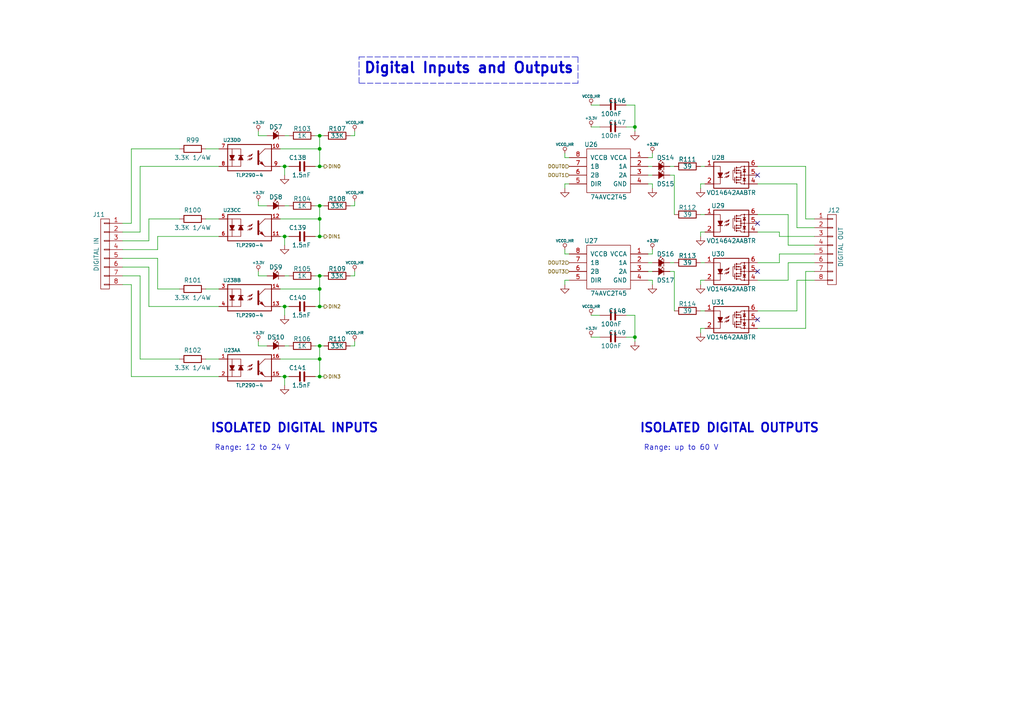
<source format=kicad_sch>
(kicad_sch (version 20250114) (generator "eeschema") (generator_version "9.0")
  (paper "A4")
  (title_block (title "CIAA-ACC Digital Inputs and Outputs") (date "2019-08-28") (rev "V1.4") (company "COMPUTADORA INDUSTRIAL ABIERTA ARGENTINA. CIAA-ACC (HPC)") (comment 1 "Authors: See 'doc/CHANGES.txt' file.      License: See 'doc/LICENCIA_CIAA_ACC.txt' file."))
  (lib_symbols
    (symbol "CIAA_ACC:+3.3V" (power) (pin_names (offset 1.016))
      (property "Value" "+3.3V" (at 0 2.286 0))
      (symbol "+3.3V_0_0"
        (pin power_in line (at 0 0 90) (length 0) (hide yes) (name "+3.3V") (number "1"))
      )
      (symbol "+3.3V_0_1"
        (circle (center 0 1.27) (radius 0.508))
        (polyline (pts (xy 0 0) (xy 0 0.762) (xy 0 0.762) (xy 0 0.762)))
      )
    )
    (symbol "CIAA_ACC:74AVC2T45" (pin_names (offset 1.016))
      (property "Reference" "U" (at -5.08 5.08 0))
      (property "Value" "74AVC2T45" (at 0 -10.16 0))
      (symbol "74AVC2T45_0_1"
        (rectangle (start -6.35 3.81) (end 6.35 -8.89))
      )
      (symbol "74AVC2T45_1_1"
        (pin power_in line (at -11.43 1.27 0) (length 5.08) (name "VCCA") (number "1"))
        (pin bidirectional line (at -11.43 -1.27 0) (length 5.08) (name "1A") (number "2"))
        (pin bidirectional line (at -11.43 -3.81 0) (length 5.08) (name "2A") (number "3"))
        (pin power_in line (at -11.43 -6.35 0) (length 5.08) (name "GND") (number "4"))
        (pin power_in line (at 11.43 1.27 180) (length 5.08) (name "VCCB") (number "8"))
        (pin bidirectional line (at 11.43 -1.27 180) (length 5.08) (name "1B") (number "7"))
        (pin bidirectional line (at 11.43 -3.81 180) (length 5.08) (name "2B") (number "6"))
        (pin input line (at 11.43 -6.35 180) (length 5.08) (name "DIR") (number "5"))
      )
    )
    (symbol "CIAA_ACC:C" (pin_numbers (hide yes)) (pin_names (offset 0.254))
      (property "Reference" "C" (at 0.635 2.54 0))
      (property "Value" "C" (at 0.635 -2.54 0))
      (symbol "C_0_1"
        (polyline (pts (xy -1.27 0.635) (xy 1.27 0.635)) (stroke (width 0.508)))
        (polyline (pts (xy -1.27 -0.635) (xy 1.27 -0.635)) (stroke (width 0.508)))
        (polyline (pts (xy 0 1.016) (xy 0 0.635)))
        (polyline (pts (xy 0 -1.016) (xy 0 -0.635)))
      )
      (symbol "C_1_1"
        (pin passive line (at 0 3.81 270) (length 2.794) (name "~") (number "1"))
        (pin passive line (at 0 -3.81 90) (length 2.794) (name "~") (number "2"))
      )
    )
    (symbol "CIAA_ACC:CONN_01X08" (pin_names (offset 1.016) (hide yes))
      (property "Reference" "J" (at 0 11.43 0))
      (property "Value" "CONN_01X08" (at 2.54 0 90))
      (symbol "CONN_01X08_0_1"
        (rectangle (start -1.27 9.017) (end 0.254 8.763))
        (rectangle (start -1.27 6.477) (end 0.254 6.223))
        (rectangle (start -1.27 3.937) (end 0.254 3.683))
        (rectangle (start -1.27 1.397) (end 0.254 1.143))
        (rectangle (start -1.27 -1.143) (end 0.254 -1.397))
        (rectangle (start -1.27 -3.683) (end 0.254 -3.937))
        (rectangle (start -1.27 -6.223) (end 0.254 -6.477))
        (rectangle (start -1.27 -8.763) (end 0.254 -9.017))
        (rectangle (start -1.27 -10.16) (end 1.27 10.16))
      )
      (symbol "CONN_01X08_1_1"
        (pin passive line (at -5.08 8.89 0) (length 3.81) (name "P1") (number "1"))
        (pin passive line (at -5.08 6.35 0) (length 3.81) (name "P2") (number "2"))
        (pin passive line (at -5.08 3.81 0) (length 3.81) (name "P3") (number "3"))
        (pin passive line (at -5.08 1.27 0) (length 3.81) (name "P4") (number "4"))
        (pin passive line (at -5.08 -1.27 0) (length 3.81) (name "P5") (number "5"))
        (pin passive line (at -5.08 -3.81 0) (length 3.81) (name "P6") (number "6"))
        (pin passive line (at -5.08 -6.35 0) (length 3.81) (name "P7") (number "7"))
        (pin passive line (at -5.08 -8.89 0) (length 3.81) (name "P8") (number "8"))
      )
    )
    (symbol "CIAA_ACC:GND" (power) (pin_names (offset 0))
      (property "Value" "GND" (at 0 -3.81 0))
      (symbol "GND_0_1"
        (polyline (pts (xy 0 0) (xy 0 -1.27) (xy 1.27 -1.27) (xy 0 -2.54) (xy -1.27 -1.27) (xy 0 -1.27)))
      )
      (symbol "GND_1_1"
        (pin power_in line (at 0 0 270) (length 0) (hide yes) (name "GND") (number "1"))
      )
    )
    (symbol "CIAA_ACC:LED" (pin_numbers (hide yes)) (pin_names (offset 0.254) (hide yes))
      (property "Reference" "DS" (at -1.27 3.175 0))
      (property "Value" "LED" (at -1.27 -2.54 0))
      (symbol "LED_0_1"
        (polyline (pts (xy -0.762 -1.016) (xy -0.762 1.016)))
        (polyline (pts (xy 0 0.762) (xy -0.508 1.27) (xy -0.254 1.27) (xy -0.508 1.27) (xy -0.508 1.016)))
        (polyline (pts (xy 0.508 1.27) (xy 0 1.778) (xy 0.254 1.778) (xy 0 1.778) (xy 0 1.524)))
        (polyline (pts (xy 0.762 -1.016) (xy -0.762 0) (xy 0.762 1.016) (xy 0.762 -1.016)) (fill (type outline)))
      )
      (symbol "LED_1_1"
        (pin passive line (at -2.54 0 0) (length 1.778) (name "K") (number "2"))
        (pin passive line (at 2.54 0 180) (length 1.778) (name "A") (number "1"))
      )
    )
    (symbol "CIAA_ACC:R" (pin_numbers (hide yes)) (pin_names (offset 0))
      (property "Reference" "R" (at 2.032 0 90))
      (property "Value" "R" (at 0 0 90))
      (symbol "R_0_1"
        (rectangle (start -1.016 -2.54) (end 1.016 2.54) (stroke (width 0.254)))
      )
      (symbol "R_1_1"
        (pin passive line (at 0 3.81 270) (length 1.27) (name "~") (number "1"))
        (pin passive line (at 0 -3.81 90) (length 1.27) (name "~") (number "2"))
      )
    )
    (symbol "CIAA_ACC:SSR" (pin_names (offset 1.016))
      (property "Reference" "U" (at -5.08 5.08 0))
      (property "Value" "SSR" (at -1.27 -5.08 0))
      (symbol "SSR_0_1"
        (rectangle (start -5.08 3.81) (end 5.08 -3.81) (stroke (width 0.254)))
        (polyline (pts (xy -5.08 2.54) (xy -3.175 2.54) (xy -3.175 0.635)))
        (polyline (pts (xy -3.81 -0.635) (xy -2.54 -0.635)) (stroke (width 0.254)))
        (polyline (pts (xy -3.175 -0.635) (xy -3.175 -2.54) (xy -5.08 -2.54)))
        (polyline (pts (xy -3.175 -0.635) (xy -3.81 0.635) (xy -2.54 0.635) (xy -3.175 -0.635)) (stroke (width 0.254)) (fill (type outline)))
        (polyline (pts (xy -1.905 0.254) (xy -1.3716 0.762) (xy -1.3716 0.254) (xy -0.6096 1.016)))
        (polyline (pts (xy -1.905 -0.762) (xy -1.3716 -0.254) (xy -1.3716 -0.762) (xy -0.6096 0) (xy -1.1176 -0.254) (xy -0.8636 -0.508) (xy -0.6096 0)))
        (polyline (pts (xy -0.6096 1.016) (xy -1.1176 0.762) (xy -0.8636 0.508) (xy -0.6096 1.016)))
        (polyline (pts (xy 1.016 2.159) (xy 1.016 0.635)) (stroke (width 0.2032)))
        (polyline (pts (xy 1.016 -0.635) (xy 1.016 -2.159)) (stroke (width 0.2032)))
        (polyline (pts (xy 1.016 -1.397) (xy 0.508 -1.397) (xy 0.508 1.397) (xy 1.016 1.397)))
        (polyline (pts (xy 1.524 2.286) (xy 1.524 2.032) (xy 1.524 2.032)) (stroke (width 0.3556)))
        (polyline (pts (xy 1.524 1.524) (xy 1.524 1.27) (xy 1.524 1.27)) (stroke (width 0.3556)))
        (polyline (pts (xy 1.524 0.762) (xy 1.524 0.508) (xy 1.524 0.508)) (stroke (width 0.3556)))
        (polyline (pts (xy 1.524 -0.508) (xy 1.524 -0.762)) (stroke (width 0.3556)))
        (polyline (pts (xy 1.524 -1.27) (xy 1.524 -1.524) (xy 1.524 -1.524)) (stroke (width 0.3556)))
        (polyline (pts (xy 1.524 -2.032) (xy 1.524 -2.286) (xy 1.524 -2.286)) (stroke (width 0.3556)))
        (polyline (pts (xy 1.651 2.159) (xy 2.794 2.159) (xy 2.794 2.54) (xy 5.08 2.54)))
        (polyline (pts (xy 1.651 1.397) (xy 2.794 1.397) (xy 2.794 0.635)))
        (polyline (pts (xy 1.651 -0.635) (xy 2.794 -0.635) (xy 2.794 0.635) (xy 1.651 0.635)))
        (polyline (pts (xy 1.651 -1.397) (xy 2.794 -1.397) (xy 2.794 -0.635)))
        (polyline (pts (xy 1.651 -2.159) (xy 2.794 -2.159) (xy 2.794 -2.54) (xy 5.08 -2.54)))
        (polyline (pts (xy 1.778 1.397) (xy 2.286 1.524) (xy 2.286 1.27) (xy 1.778 1.397)))
        (polyline (pts (xy 1.778 -1.397) (xy 2.286 -1.27) (xy 2.286 -1.524) (xy 1.778 -1.397)))
        (circle (center 2.794 0.635) (radius 0.127))
        (polyline (pts (xy 2.794 0) (xy 3.81 0)))
        (circle (center 2.794 0) (radius 0.127))
        (circle (center 2.794 -0.635) (radius 0.127))
        (polyline (pts (xy 3.429 1.651) (xy 4.191 1.651)) (stroke (width 0.2032)))
        (polyline (pts (xy 3.429 -1.651) (xy 4.191 -1.651)) (stroke (width 0.2032)))
        (circle (center 3.81 2.54) (radius 0.127))
        (polyline (pts (xy 3.81 1.651) (xy 3.429 0.889) (xy 4.191 0.889) (xy 3.81 1.651)) (fill (type outline)))
        (polyline (pts (xy 3.81 0) (xy 3.81 2.54)))
        (polyline (pts (xy 3.81 0) (xy 3.81 -2.54)))
        (circle (center 3.81 0) (radius 0.127))
        (polyline (pts (xy 3.81 -1.651) (xy 3.429 -0.889) (xy 4.191 -0.889) (xy 3.81 -1.651)) (fill (type outline)))
        (circle (center 3.81 -2.54) (radius 0.127))
        (polyline (pts (xy 5.08 0) (xy 3.81 0)) (stroke (width 0.127)))
      )
      (symbol "SSR_1_1"
        (pin passive line (at -7.62 2.54 0) (length 2.54) (name "~") (number "1"))
        (pin passive line (at -7.62 -2.54 0) (length 2.54) (name "~") (number "2"))
        (pin passive line (at 7.62 2.54 180) (length 2.54) (name "~") (number "6"))
        (pin passive line (at 7.62 0 180) (length 2.54) (name "~") (number "5"))
        (pin passive line (at 7.62 -2.54 180) (length 2.54) (name "~") (number "4"))
      )
    )
    (symbol "CIAA_ACC:TLP290-4" (pin_names (offset 1.016))
      (property "Reference" "U" (at -4.7752 4.5212 0))
      (property "Value" "TLP290-4" (at 2.5146 -4.6736 0))
      (symbol "TLP290-4_0_1"
        (rectangle (start -6.35 3.81) (end 6.35 -3.81) (stroke (width 0.254)))
        (polyline (pts (xy -6.35 2.54) (xy -2.54 2.54) (xy -2.54 -2.54) (xy -6.35 -2.54)))
        (polyline (pts (xy -5.715 -0.635) (xy -4.445 -0.635)) (stroke (width 0.254)))
        (polyline (pts (xy -5.08 -0.635) (xy -5.715 0.635) (xy -4.445 0.635) (xy -5.08 -0.635)) (stroke (width 0.254)) (fill (type outline)))
        (polyline (pts (xy -5.08 -2.54) (xy -5.08 2.54)))
        (polyline (pts (xy -2.54 0.635) (xy -1.905 -0.635) (xy -3.175 -0.635) (xy -2.54 0.635)) (stroke (width 0.254)) (fill (type outline)))
        (polyline (pts (xy -1.905 0.635) (xy -3.175 0.635)) (stroke (width 0.254)))
        (polyline (pts (xy -0.508 0.254) (xy 0.0254 0.762) (xy 0.0254 0.254) (xy 0.7874 1.016)))
        (polyline (pts (xy -0.508 -0.762) (xy 0.0254 -0.254) (xy 0.0254 -0.762) (xy 0.7874 0) (xy 0.2794 -0.254) (xy 0.5334 -0.508) (xy 0.7874 0)))
        (polyline (pts (xy 0.7874 1.016) (xy 0.2794 0.762) (xy 0.5334 0.508) (xy 0.7874 1.016)))
        (polyline (pts (xy 2.54 1.905) (xy 2.54 -1.905) (xy 2.54 -1.905)) (stroke (width 0.508)))
        (polyline (pts (xy 2.54 0.635) (xy 4.445 2.54)))
        (polyline (pts (xy 3.048 -1.651) (xy 3.556 -1.143) (xy 4.064 -2.159) (xy 3.048 -1.651) (xy 3.048 -1.651)) (fill (type outline)))
        (polyline (pts (xy 4.445 2.54) (xy 6.35 2.54)))
        (polyline (pts (xy 4.445 -2.54) (xy 2.54 -0.635)) (fill (type outline)))
        (polyline (pts (xy 4.445 -2.54) (xy 6.35 -2.54)))
      )
      (symbol "TLP290-4_1_1"
        (pin passive line (at -8.89 2.54 0) (length 2.54) (name "~") (number "1"))
        (pin passive line (at -8.89 -2.54 0) (length 2.54) (name "~") (number "2"))
        (pin passive line (at 8.89 2.54 180) (length 2.54) (name "~") (number "16"))
        (pin passive line (at 8.89 -2.54 180) (length 2.54) (name "~") (number "15"))
      )
      (symbol "TLP290-4_2_1"
        (pin passive line (at -8.89 2.54 0) (length 2.54) (name "~") (number "3"))
        (pin passive line (at -8.89 -2.54 0) (length 2.54) (name "~") (number "4"))
        (pin passive line (at 8.89 2.54 180) (length 2.54) (name "~") (number "14"))
        (pin passive line (at 8.89 -2.54 180) (length 2.54) (name "~") (number "13"))
      )
      (symbol "TLP290-4_3_1"
        (pin passive line (at -8.89 2.54 0) (length 2.54) (name "~") (number "5"))
        (pin passive line (at -8.89 -2.54 0) (length 2.54) (name "~") (number "6"))
        (pin passive line (at 8.89 2.54 180) (length 2.54) (name "~") (number "12"))
        (pin passive line (at 8.89 -2.54 180) (length 2.54) (name "~") (number "11"))
      )
      (symbol "TLP290-4_4_1"
        (pin passive line (at -8.89 2.54 0) (length 2.54) (name "~") (number "7"))
        (pin passive line (at -8.89 -2.54 0) (length 2.54) (name "~") (number "8"))
        (pin passive line (at 8.89 2.54 180) (length 2.54) (name "~") (number "10"))
        (pin passive line (at 8.89 -2.54 180) (length 2.54) (name "~") (number "9"))
      )
    )
    (symbol "CIAA_ACC:VCCO_HR" (power) (pin_names (offset 1.016))
      (property "Value" "VCCO_HR" (at 0 2.286 0))
      (symbol "VCCO_HR_0_0"
        (pin power_in line (at 0 0 90) (length 0) (hide yes) (name "VCCO_HR") (number "1"))
      )
      (symbol "VCCO_HR_0_1"
        (circle (center 0 1.27) (radius 0.508))
        (polyline (pts (xy 0 0) (xy 0 0.762) (xy 0 0.762) (xy 0 0.762)))
      )
    )
  )
  (text "Digital Inputs and Outputs" (at 105.41 21.59 0) (effects (font (size 2.9972 2.9972) (thickness 0.5994) (bold yes)) (justify left bottom)))
  (text "ISOLATED DIGITAL INPUTS" (at 60.96 125.73 0) (effects (font (size 2.54 2.54) (thickness 0.508) (bold yes)) (justify left bottom)))
  (text "Range: 12 to 24 V" (at 62.23 130.81 0) (effects (font (size 1.524 1.524)) (justify left bottom)))
  (text "ISOLATED DIGITAL OUTPUTS" (at 185.42 125.73 0) (effects (font (size 2.54 2.54) (thickness 0.508) (bold yes)) (justify left bottom)))
  (text "Range: up to 60 V" (at 186.69 130.81 0) (effects (font (size 1.524 1.524)) (justify left bottom)))
  (junction (at 82.55 109.22))
  (junction (at 92.71 39.37))
  (junction (at 92.71 104.14))
  (junction (at 92.71 63.5))
  (junction (at 92.71 59.69))
  (junction (at 92.71 88.9))
  (junction (at 184.15 36.83))
  (junction (at 82.55 68.58))
  (junction (at 82.55 48.26))
  (junction (at 82.55 88.9))
  (junction (at 92.71 80.01))
  (junction (at 184.15 97.79))
  (junction (at 92.71 48.26))
  (junction (at 92.71 100.33))
  (junction (at 92.71 68.58))
  (junction (at 92.71 83.82))
  (junction (at 92.71 109.22))
  (junction (at 92.71 43.18))
  (no_connect (at 219.71 50.8))
  (no_connect (at 219.71 92.71))
  (no_connect (at 219.71 78.74))
  (no_connect (at 219.71 64.77))
  (wire (pts (xy 165.1 81.28) (xy 163.83 81.28)))
  (wire (pts (xy 219.71 67.31) (xy 226.06 67.31)))
  (wire (pts (xy 77.47 80.01) (xy 74.93 80.01)))
  (wire (pts (xy 77.47 100.33) (xy 74.93 100.33)))
  (wire (pts (xy 82.55 111.76) (xy 82.55 109.22)))
  (wire (pts (xy 189.23 48.26) (xy 187.96 48.26)))
  (wire (pts (xy 83.82 100.33) (xy 82.55 100.33)))
  (wire (pts (xy 92.71 43.18) (xy 92.71 48.26)))
  (wire (pts (xy 194.31 50.8) (xy 195.58 50.8)))
  (wire (pts (xy 59.69 43.18) (xy 63.5 43.18)))
  (wire (pts (xy 226.06 68.58) (xy 236.22 68.58)))
  (wire (pts (xy 203.2 95.25) (xy 203.2 96.52)))
  (wire (pts (xy 43.18 88.9) (xy 63.5 88.9)))
  (wire (pts (xy 45.72 83.82) (xy 52.07 83.82)))
  (wire (pts (xy 204.47 81.28) (xy 203.2 81.28)))
  (wire (pts (xy 194.31 76.2) (xy 195.58 76.2)))
  (wire (pts (xy 204.47 90.17) (xy 203.2 90.17)))
  (wire (pts (xy 92.71 83.82) (xy 92.71 88.9)))
  (wire (pts (xy 81.28 109.22) (xy 82.55 109.22)))
  (wire (pts (xy 81.28 43.18) (xy 92.71 43.18)))
  (wire (pts (xy 92.71 109.22) (xy 93.98 109.22)))
  (wire (pts (xy 219.71 53.34) (xy 231.14 53.34)))
  (wire (pts (xy 163.83 81.28) (xy 163.83 82.55)))
  (wire (pts (xy 38.1 109.22) (xy 63.5 109.22)))
  (wire (pts (xy 40.64 104.14) (xy 40.64 80.01)))
  (wire (pts (xy 101.6 80.01) (xy 102.87 80.01)))
  (wire (pts (xy 92.71 104.14) (xy 92.71 109.22)))
  (polyline (pts (xy 167.64 24.13) (xy 104.14 24.13)) (stroke (width 0) (type dash)))
  (wire (pts (xy 236.22 81.28) (xy 231.14 81.28)))
  (wire (pts (xy 45.72 68.58) (xy 45.72 72.39)))
  (wire (pts (xy 231.14 66.04) (xy 236.22 66.04)))
  (wire (pts (xy 81.28 68.58) (xy 82.55 68.58)))
  (wire (pts (xy 233.68 78.74) (xy 236.22 78.74)))
  (wire (pts (xy 52.07 104.14) (xy 40.64 104.14)))
  (wire (pts (xy 92.71 100.33) (xy 93.98 100.33)))
  (wire (pts (xy 165.1 45.72) (xy 163.83 45.72)))
  (polyline (pts (xy 104.14 24.13) (xy 104.14 16.51)) (stroke (width 0) (type dash)))
  (wire (pts (xy 74.93 100.33) (xy 74.93 99.06)))
  (wire (pts (xy 189.23 72.39) (xy 189.23 73.66)))
  (wire (pts (xy 43.18 69.85) (xy 35.56 69.85)))
  (wire (pts (xy 92.71 39.37) (xy 93.98 39.37)))
  (wire (pts (xy 38.1 82.55) (xy 38.1 109.22)))
  (wire (pts (xy 63.5 104.14) (xy 59.69 104.14)))
  (wire (pts (xy 74.93 39.37) (xy 74.93 38.1)))
  (wire (pts (xy 43.18 77.47) (xy 43.18 88.9)))
  (wire (pts (xy 92.71 68.58) (xy 93.98 68.58)))
  (wire (pts (xy 195.58 78.74) (xy 195.58 90.17)))
  (wire (pts (xy 189.23 45.72) (xy 187.96 45.72)))
  (wire (pts (xy 204.47 95.25) (xy 203.2 95.25)))
  (wire (pts (xy 189.23 44.45) (xy 189.23 45.72)))
  (wire (pts (xy 35.56 74.93) (xy 45.72 74.93)))
  (wire (pts (xy 219.71 48.26) (xy 233.68 48.26)))
  (wire (pts (xy 181.61 91.44) (xy 184.15 91.44)))
  (wire (pts (xy 35.56 82.55) (xy 38.1 82.55)))
  (wire (pts (xy 91.44 39.37) (xy 92.71 39.37)))
  (polyline (pts (xy 104.14 16.51) (xy 167.64 16.51)) (stroke (width 0) (type dash)))
  (wire (pts (xy 59.69 63.5) (xy 63.5 63.5)))
  (wire (pts (xy 40.64 80.01) (xy 35.56 80.01)))
  (wire (pts (xy 203.2 81.28) (xy 203.2 82.55)))
  (wire (pts (xy 92.71 100.33) (xy 92.71 104.14)))
  (wire (pts (xy 189.23 53.34) (xy 187.96 53.34)))
  (wire (pts (xy 63.5 68.58) (xy 45.72 68.58)))
  (wire (pts (xy 77.47 39.37) (xy 74.93 39.37)))
  (wire (pts (xy 82.55 68.58) (xy 83.82 68.58)))
  (wire (pts (xy 189.23 81.28) (xy 187.96 81.28)))
  (wire (pts (xy 181.61 36.83) (xy 184.15 36.83)))
  (wire (pts (xy 101.6 59.69) (xy 102.87 59.69)))
  (wire (pts (xy 101.6 100.33) (xy 102.87 100.33)))
  (wire (pts (xy 204.47 48.26) (xy 203.2 48.26)))
  (wire (pts (xy 81.28 104.14) (xy 92.71 104.14)))
  (wire (pts (xy 92.71 63.5) (xy 92.71 68.58)))
  (wire (pts (xy 92.71 88.9) (xy 93.98 88.9)))
  (wire (pts (xy 173.99 91.44) (xy 171.45 91.44)))
  (wire (pts (xy 91.44 59.69) (xy 92.71 59.69)))
  (wire (pts (xy 102.87 59.69) (xy 102.87 58.42)))
  (wire (pts (xy 228.6 81.28) (xy 228.6 76.2)))
  (wire (pts (xy 181.61 97.79) (xy 184.15 97.79)))
  (wire (pts (xy 82.55 71.12) (xy 82.55 68.58)))
  (wire (pts (xy 43.18 63.5) (xy 52.07 63.5)))
  (wire (pts (xy 82.55 48.26) (xy 83.82 48.26)))
  (wire (pts (xy 228.6 71.12) (xy 236.22 71.12)))
  (wire (pts (xy 184.15 30.48) (xy 184.15 36.83)))
  (wire (pts (xy 184.15 91.44) (xy 184.15 97.79)))
  (wire (pts (xy 92.71 59.69) (xy 92.71 63.5)))
  (wire (pts (xy 203.2 53.34) (xy 203.2 54.61)))
  (wire (pts (xy 83.82 80.01) (xy 82.55 80.01)))
  (wire (pts (xy 102.87 100.33) (xy 102.87 99.06)))
  (wire (pts (xy 204.47 53.34) (xy 203.2 53.34)))
  (wire (pts (xy 35.56 77.47) (xy 43.18 77.47)))
  (wire (pts (xy 187.96 78.74) (xy 189.23 78.74)))
  (wire (pts (xy 91.44 109.22) (xy 92.71 109.22)))
  (wire (pts (xy 43.18 63.5) (xy 43.18 69.85)))
  (wire (pts (xy 45.72 74.93) (xy 45.72 83.82)))
  (wire (pts (xy 204.47 67.31) (xy 203.2 67.31)))
  (wire (pts (xy 45.72 72.39) (xy 35.56 72.39)))
  (wire (pts (xy 233.68 95.25) (xy 219.71 95.25)))
  (wire (pts (xy 92.71 80.01) (xy 93.98 80.01)))
  (wire (pts (xy 189.23 73.66) (xy 187.96 73.66)))
  (wire (pts (xy 189.23 82.55) (xy 189.23 81.28)))
  (wire (pts (xy 81.28 63.5) (xy 92.71 63.5)))
  (wire (pts (xy 231.14 53.34) (xy 231.14 66.04)))
  (wire (pts (xy 163.83 45.72) (xy 163.83 44.45)))
  (wire (pts (xy 226.06 76.2) (xy 226.06 73.66)))
  (wire (pts (xy 63.5 48.26) (xy 40.64 48.26)))
  (wire (pts (xy 101.6 39.37) (xy 102.87 39.37)))
  (wire (pts (xy 173.99 30.48) (xy 171.45 30.48)))
  (wire (pts (xy 82.55 50.8) (xy 82.55 48.26)))
  (wire (pts (xy 226.06 67.31) (xy 226.06 68.58)))
  (wire (pts (xy 77.47 59.69) (xy 74.93 59.69)))
  (wire (pts (xy 38.1 43.18) (xy 38.1 64.77)))
  (wire (pts (xy 82.55 91.44) (xy 82.55 88.9)))
  (wire (pts (xy 228.6 62.23) (xy 228.6 71.12)))
  (wire (pts (xy 81.28 48.26) (xy 82.55 48.26)))
  (wire (pts (xy 91.44 48.26) (xy 92.71 48.26)))
  (wire (pts (xy 92.71 80.01) (xy 92.71 83.82)))
  (wire (pts (xy 184.15 36.83) (xy 184.15 38.1)))
  (wire (pts (xy 233.68 48.26) (xy 233.68 63.5)))
  (wire (pts (xy 83.82 39.37) (xy 82.55 39.37)))
  (wire (pts (xy 165.1 73.66) (xy 163.83 73.66)))
  (wire (pts (xy 91.44 100.33) (xy 92.71 100.33)))
  (wire (pts (xy 81.28 88.9) (xy 82.55 88.9)))
  (wire (pts (xy 189.23 50.8) (xy 187.96 50.8)))
  (wire (pts (xy 74.93 80.01) (xy 74.93 78.74)))
  (wire (pts (xy 102.87 39.37) (xy 102.87 38.1)))
  (wire (pts (xy 74.93 59.69) (xy 74.93 58.42)))
  (wire (pts (xy 91.44 68.58) (xy 92.71 68.58)))
  (wire (pts (xy 83.82 59.69) (xy 82.55 59.69)))
  (wire (pts (xy 204.47 62.23) (xy 203.2 62.23)))
  (wire (pts (xy 219.71 76.2) (xy 226.06 76.2)))
  (wire (pts (xy 204.47 76.2) (xy 203.2 76.2)))
  (wire (pts (xy 92.71 48.26) (xy 93.98 48.26)))
  (wire (pts (xy 102.87 80.01) (xy 102.87 78.74)))
  (wire (pts (xy 91.44 88.9) (xy 92.71 88.9)))
  (wire (pts (xy 226.06 73.66) (xy 236.22 73.66)))
  (wire (pts (xy 52.07 43.18) (xy 38.1 43.18)))
  (wire (pts (xy 92.71 59.69) (xy 93.98 59.69)))
  (polyline (pts (xy 167.64 16.51) (xy 167.64 24.13)) (stroke (width 0) (type dash)))
  (wire (pts (xy 219.71 81.28) (xy 228.6 81.28)))
  (wire (pts (xy 219.71 90.17) (xy 231.14 90.17)))
  (wire (pts (xy 173.99 97.79) (xy 171.45 97.79)))
  (wire (pts (xy 163.83 53.34) (xy 163.83 54.61)))
  (wire (pts (xy 82.55 88.9) (xy 83.82 88.9)))
  (wire (pts (xy 82.55 109.22) (xy 83.82 109.22)))
  (wire (pts (xy 184.15 97.79) (xy 184.15 99.06)))
  (wire (pts (xy 203.2 67.31) (xy 203.2 68.58)))
  (wire (pts (xy 189.23 54.61) (xy 189.23 53.34)))
  (wire (pts (xy 38.1 64.77) (xy 35.56 64.77)))
  (wire (pts (xy 63.5 83.82) (xy 59.69 83.82)))
  (wire (pts (xy 181.61 30.48) (xy 184.15 30.48)))
  (wire (pts (xy 173.99 36.83) (xy 171.45 36.83)))
  (wire (pts (xy 189.23 76.2) (xy 187.96 76.2)))
  (wire (pts (xy 194.31 78.74) (xy 195.58 78.74)))
  (wire (pts (xy 194.31 48.26) (xy 195.58 48.26)))
  (wire (pts (xy 163.83 73.66) (xy 163.83 72.39)))
  (wire (pts (xy 91.44 80.01) (xy 92.71 80.01)))
  (wire (pts (xy 219.71 62.23) (xy 228.6 62.23)))
  (wire (pts (xy 92.71 39.37) (xy 92.71 43.18)))
  (wire (pts (xy 231.14 81.28) (xy 231.14 90.17)))
  (wire (pts (xy 228.6 76.2) (xy 236.22 76.2)))
  (wire (pts (xy 195.58 50.8) (xy 195.58 62.23)))
  (wire (pts (xy 165.1 53.34) (xy 163.83 53.34)))
  (wire (pts (xy 40.64 67.31) (xy 35.56 67.31)))
  (wire (pts (xy 233.68 63.5) (xy 236.22 63.5)))
  (wire (pts (xy 40.64 48.26) (xy 40.64 67.31)))
  (wire (pts (xy 233.68 78.74) (xy 233.68 95.25)))
  (wire (pts (xy 81.28 83.82) (xy 92.71 83.82)))
  (hierarchical_label "DIN0" (shape output) (at 93.98 48.26 0) (effects (font (size 1.016 1.016))))
  (hierarchical_label "DOUT1" (shape input) (at 165.1 50.8 180) (effects (font (size 1.016 1.016))))
  (hierarchical_label "DIN3" (shape output) (at 93.98 109.22 0) (effects (font (size 1.016 1.016))))
  (hierarchical_label "DOUT3" (shape input) (at 165.1 78.74 180) (effects (font (size 1.016 1.016))))
  (hierarchical_label "DIN1" (shape output) (at 93.98 68.58 0) (effects (font (size 1.016 1.016))))
  (hierarchical_label "DOUT2" (shape input) (at 165.1 76.2 180) (effects (font (size 1.016 1.016))))
  (hierarchical_label "DOUT0" (shape input) (at 165.1 48.26 180) (effects (font (size 1.016 1.016))))
  (hierarchical_label "DIN2" (shape output) (at 93.98 88.9 0) (effects (font (size 1.016 1.016))))
  (symbol (lib_id "CIAA_ACC:SSR") (at 212.09 64.77 0) (unit 1)
    (property "Reference" "U29" (at 208.28 59.69 0))
    (property "Value" "VO14642AABTR" (at 212.09 69.85 0))
    (property "Footprint" "soic-sop-tssop:DIP-6-SMD" (effects (hide yes)))
    (property "Desc" "RELAY SSR SPST-NO 2A 60V 6SMD" (effects (hide yes)))
    (property "Manf" "Vishay" (effects (hide yes)))
    (property "Manf#" "VO14642AABTR" (effects (hide yes)))
    (property "Digikey#" "VO14642AABCT-ND" (effects (hide yes)))
  )
  (symbol (lib_id "CIAA_ACC:LED") (at 80.01 39.37 0) (mirror y) (unit 1)
    (property "Reference" "DS7" (at 80.01 36.83 0))
    (property "Value" "LED" (effects (hide yes)))
    (property "Footprint" "misc:LED-0603" (effects (hide yes)))
    (property "Desc" "LED RED CLEAR 0603 SMD" (effects (hide yes)))
    (property "Manf" "Everlight" (effects (hide yes)))
    (property "Manf#" "QTLP600C7TR" (effects (hide yes)))
    (property "Digikey#" "1080-1400-1-ND" (effects (hide yes)))
  )
  (symbol (lib_id "CIAA_ACC:R") (at 87.63 39.37 90) (unit 1)
    (property "Reference" "R103" (at 87.63 37.338 90))
    (property "Value" "1K" (at 87.63 39.37 90))
    (property "Footprint" "chip_rlc:r_0402" (effects (hide yes)))
    (property "Desc" "RES SMD 1K OHM 5% 1/16W 0402" (effects (hide yes)))
    (property "Manf" "Yageo" (effects (hide yes)))
    (property "Manf#" "RC0402JR-071KL" (effects (hide yes)))
    (property "Digikey#" "311-1.0KJRCT-ND" (effects (hide yes)))
  )
  (symbol (lib_id "CIAA_ACC:R") (at 97.79 39.37 90) (unit 1)
    (property "Reference" "R107" (at 97.79 37.338 90))
    (property "Value" "33K" (at 97.79 39.37 90))
    (property "Footprint" "chip_rlc:r_0402" (effects (hide yes)))
    (property "Desc" "RES SMD 33K OHM 5% 1/16W 0402" (effects (hide yes)))
    (property "Manf" "Yageo" (effects (hide yes)))
    (property "Manf#" "RC0402JR-0733KL" (effects (hide yes)))
    (property "Digikey#" "311-33KJRCT-ND" (effects (hide yes)))
  )
  (symbol (lib_id "CIAA_ACC:C") (at 87.63 48.26 90) (unit 1)
    (property "Reference" "C138" (at 88.9 45.72 90) (effects (justify left)))
    (property "Value" "1.5nF" (at 90.17 50.8 90) (effects (justify left)))
    (property "Footprint" "chip_rlc:c_0402" (effects (hide yes)))
    (property "Desc" "CAP CER 1500PF 50V X7R 0402" (effects (hide yes)))
    (property "Manf" "Yageo" (effects (hide yes)))
    (property "Manf#" "CC0402KRX7R9BB152" (effects (hide yes)))
    (property "Digikey#" "311-1032-1-ND" (effects (hide yes)))
  )
  (symbol (lib_id "CIAA_ACC:+3.3V") (at 74.93 38.1 0) (unit 1)
    (property "Reference" "#PWR0276" (effects (hide yes)))
    (property "Value" "+3.3V" (at 74.93 35.56 0) (effects (font (size 0.762 0.762))))
  )
  (symbol (lib_id "CIAA_ACC:TLP290-4") (at 72.39 106.68 0) (unit 1)
    (property "Reference" "U23A" (at 67.31 101.6 0) (effects (font (size 1.016 1.016))))
    (property "Value" "TLP290-4" (at 72.39 111.76 0) (effects (font (size 1.016 1.016))))
    (property "Footprint" "soic-sop-tssop:SOIC-16" (effects (hide yes)))
    (property "Desc" "OPTOISOLTR 2.5KV 4CH TRANS 16-SO" (effects (hide yes)))
    (property "Manf" "Toshiba" (effects (hide yes)))
    (property "Manf#" "TLP290-4(TP,E" (effects (hide yes)))
    (property "Digikey#" "TLP290-4(TPECT-ND" (effects (hide yes)))
  )
  (symbol (lib_id "CIAA_ACC:TLP290-4") (at 72.39 86.36 0) (unit 2)
    (property "Reference" "U23B" (at 67.31 81.28 0) (effects (font (size 1.016 1.016))))
    (property "Value" "TLP290-4" (at 72.39 91.44 0) (effects (font (size 1.016 1.016))))
    (property "Footprint" "soic-sop-tssop:SOIC-16" (effects (hide yes)))
    (property "Desc" "OPTOISOLTR 2.5KV 4CH TRANS 16-SO" (effects (hide yes)))
    (property "Manf" "Toshiba" (effects (hide yes)))
    (property "Manf#" "TLP290-4(TP,E" (effects (hide yes)))
    (property "Digikey#" "TLP290-4(TPECT-ND" (effects (hide yes)))
  )
  (symbol (lib_id "CIAA_ACC:TLP290-4") (at 72.39 66.04 0) (unit 3)
    (property "Reference" "U23C" (at 67.31 60.96 0) (effects (font (size 1.016 1.016))))
    (property "Value" "TLP290-4" (at 72.39 71.12 0) (effects (font (size 1.016 1.016))))
    (property "Footprint" "soic-sop-tssop:SOIC-16" (effects (hide yes)))
    (property "Desc" "OPTOISOLTR 2.5KV 4CH TRANS 16-SO" (effects (hide yes)))
    (property "Manf" "Toshiba" (effects (hide yes)))
    (property "Manf#" "TLP290-4(TP,E" (effects (hide yes)))
    (property "Digikey#" "TLP290-4(TPECT-ND" (effects (hide yes)))
  )
  (symbol (lib_id "CIAA_ACC:TLP290-4") (at 72.39 45.72 0) (unit 4)
    (property "Reference" "U23D" (at 67.31 40.64 0) (effects (font (size 1.016 1.016))))
    (property "Value" "TLP290-4" (at 72.39 50.8 0) (effects (font (size 1.016 1.016))))
    (property "Footprint" "soic-sop-tssop:SOIC-16" (effects (hide yes)))
    (property "Desc" "OPTOISOLTR 2.5KV 4CH TRANS 16-SO" (effects (hide yes)))
    (property "Manf" "Toshiba" (effects (hide yes)))
    (property "Manf#" "TLP290-4(TP,E" (effects (hide yes)))
    (property "Digikey#" "TLP290-4(TPECT-ND" (effects (hide yes)))
  )
  (symbol (lib_id "CIAA_ACC:CONN_01X08") (at 30.48 73.66 0) (mirror y) (unit 1)
    (property "Reference" "J11" (at 30.48 62.23 0) (effects (justify left)))
    (property "Value" "DIGITAL IN" (at 27.94 78.74 90) (effects (justify left)))
    (property "Footprint" "conn:1770940" (effects (hide yes)))
    (property "Desc" "CONN TERM BLK 8POS 2.5MM" (effects (hide yes)))
    (property "Manf" "Phoenix Contact" (effects (hide yes)))
    (property "Manf#" "1770940" (effects (hide yes)))
    (property "Digikey#" "277-2085-1-ND" (effects (hide yes)))
  )
  (symbol (lib_id "CIAA_ACC:CONN_01X08") (at 241.3 72.39 0) (unit 1)
    (property "Reference" "J12" (at 240.03 60.96 0) (effects (justify left)))
    (property "Value" "DIGITAL OUT" (at 243.84 77.47 90) (effects (justify left)))
    (property "Footprint" "conn:1770940" (effects (hide yes)))
    (property "Desc" "CONN TERM BLK 8POS 2.5MM" (effects (hide yes)))
    (property "Manf" "Phoenix Contact" (effects (hide yes)))
    (property "Manf#" "1770940" (effects (hide yes)))
    (property "Digikey#" "277-2085-1-ND" (effects (hide yes)))
  )
  (symbol (lib_id "CIAA_ACC:SSR") (at 212.09 78.74 0) (unit 1)
    (property "Reference" "U30" (at 208.28 73.66 0))
    (property "Value" "VO14642AABTR" (at 212.09 83.82 0))
    (property "Footprint" "soic-sop-tssop:DIP-6-SMD" (effects (hide yes)))
    (property "Desc" "RELAY SSR SPST-NO 2A 60V 6SMD" (effects (hide yes)))
    (property "Manf" "Vishay" (effects (hide yes)))
    (property "Manf#" "VO14642AABTR" (effects (hide yes)))
    (property "Digikey#" "VO14642AABCT-ND" (effects (hide yes)))
  )
  (symbol (lib_id "CIAA_ACC:SSR") (at 212.09 92.71 0) (unit 1)
    (property "Reference" "U31" (at 208.28 87.63 0))
    (property "Value" "VO14642AABTR" (at 212.09 97.79 0))
    (property "Footprint" "soic-sop-tssop:DIP-6-SMD" (effects (hide yes)))
    (property "Desc" "RELAY SSR SPST-NO 2A 60V 6SMD" (effects (hide yes)))
    (property "Manf" "Vishay" (effects (hide yes)))
    (property "Manf#" "VO14642AABTR" (effects (hide yes)))
    (property "Digikey#" "VO14642AABCT-ND" (effects (hide yes)))
  )
  (symbol (lib_id "CIAA_ACC:SSR") (at 212.09 50.8 0) (unit 1)
    (property "Reference" "U28" (at 208.28 45.72 0))
    (property "Value" "VO14642AABTR" (at 212.09 55.88 0))
    (property "Footprint" "soic-sop-tssop:DIP-6-SMD" (effects (hide yes)))
    (property "Desc" "RELAY SSR SPST-NO 2A 60V 6SMD" (effects (hide yes)))
    (property "Manf" "Vishay" (effects (hide yes)))
    (property "Manf#" "VO14642AABTR" (effects (hide yes)))
    (property "Digikey#" "VO14642AABCT-ND" (effects (hide yes)))
  )
  (symbol (lib_id "CIAA_ACC:R") (at 55.88 43.18 270) (unit 1)
    (property "Reference" "R99" (at 55.88 40.64 90))
    (property "Value" "3.3K 1/4W" (at 55.88 45.72 90))
    (property "Footprint" "chip_rlc:r_1206" (effects (hide yes)))
    (property "Desc" "RES SMD 3.3K OHM 5% 1/4W 1206" (effects (hide yes)))
    (property "Manf" "Yageo" (effects (hide yes)))
    (property "Manf#" "RC1206JR-073K3L" (effects (hide yes)))
    (property "Digikey#" "311-3.3KERCT-ND" (effects (hide yes)))
  )
  (symbol (lib_id "CIAA_ACC:GND") (at 82.55 50.8 0) (unit 1)
    (property "Reference" "#PWR0277" (effects (hide yes)))
    (property "Value" "GND" (effects (hide yes)))
  )
  (symbol (lib_id "CIAA_ACC:LED") (at 80.01 100.33 0) (mirror y) (unit 1)
    (property "Reference" "DS10" (at 80.01 97.79 0))
    (property "Value" "LED" (effects (hide yes)))
    (property "Footprint" "misc:LED-0603" (effects (hide yes)))
    (property "Desc" "LED RED CLEAR 0603 SMD" (effects (hide yes)))
    (property "Manf" "Everlight" (effects (hide yes)))
    (property "Manf#" "QTLP600C7TR" (effects (hide yes)))
    (property "Digikey#" "1080-1400-1-ND" (effects (hide yes)))
  )
  (symbol (lib_id "CIAA_ACC:R") (at 87.63 100.33 90) (unit 1)
    (property "Reference" "R106" (at 87.63 98.298 90))
    (property "Value" "1K" (at 87.63 100.33 90))
    (property "Footprint" "chip_rlc:r_0402" (effects (hide yes)))
    (property "Desc" "RES SMD 1K OHM 5% 1/16W 0402" (effects (hide yes)))
    (property "Manf" "Yageo" (effects (hide yes)))
    (property "Manf#" "RC0402JR-071KL" (effects (hide yes)))
    (property "Digikey#" "311-1.0KJRCT-ND" (effects (hide yes)))
  )
  (symbol (lib_id "CIAA_ACC:R") (at 97.79 100.33 90) (unit 1)
    (property "Reference" "R110" (at 97.79 98.298 90))
    (property "Value" "33K" (at 97.79 100.33 90))
    (property "Footprint" "chip_rlc:r_0402" (effects (hide yes)))
    (property "Desc" "RES SMD 33K OHM 5% 1/16W 0402" (effects (hide yes)))
    (property "Manf" "Yageo" (effects (hide yes)))
    (property "Manf#" "RC0402JR-0733KL" (effects (hide yes)))
    (property "Digikey#" "311-33KJRCT-ND" (effects (hide yes)))
  )
  (symbol (lib_id "CIAA_ACC:C") (at 87.63 109.22 90) (unit 1)
    (property "Reference" "C141" (at 88.9 106.68 90) (effects (justify left)))
    (property "Value" "1.5nF" (at 90.17 111.76 90) (effects (justify left)))
    (property "Footprint" "chip_rlc:c_0402" (effects (hide yes)))
    (property "Desc" "CAP CER 1500PF 50V X7R 0402" (effects (hide yes)))
    (property "Manf" "Yageo" (effects (hide yes)))
    (property "Manf#" "CC0402KRX7R9BB152" (effects (hide yes)))
    (property "Digikey#" "311-1032-1-ND" (effects (hide yes)))
  )
  (symbol (lib_id "CIAA_ACC:+3.3V") (at 74.93 99.06 0) (unit 1)
    (property "Reference" "#PWR0278" (effects (hide yes)))
    (property "Value" "+3.3V" (at 74.93 96.52 0) (effects (font (size 0.762 0.762))))
  )
  (symbol (lib_id "CIAA_ACC:GND") (at 82.55 111.76 0) (unit 1)
    (property "Reference" "#PWR0279" (effects (hide yes)))
    (property "Value" "GND" (effects (hide yes)))
  )
  (symbol (lib_id "CIAA_ACC:LED") (at 80.01 59.69 0) (mirror y) (unit 1)
    (property "Reference" "DS8" (at 80.01 57.15 0))
    (property "Value" "LED" (effects (hide yes)))
    (property "Footprint" "misc:LED-0603" (effects (hide yes)))
    (property "Desc" "LED RED CLEAR 0603 SMD" (effects (hide yes)))
    (property "Manf" "Everlight" (effects (hide yes)))
    (property "Manf#" "QTLP600C7TR" (effects (hide yes)))
    (property "Digikey#" "1080-1400-1-ND" (effects (hide yes)))
  )
  (symbol (lib_id "CIAA_ACC:R") (at 87.63 59.69 90) (unit 1)
    (property "Reference" "R104" (at 87.63 57.658 90))
    (property "Value" "1K" (at 87.63 59.69 90))
    (property "Footprint" "chip_rlc:r_0402" (effects (hide yes)))
    (property "Desc" "RES SMD 1K OHM 5% 1/16W 0402" (effects (hide yes)))
    (property "Manf" "Yageo" (effects (hide yes)))
    (property "Manf#" "RC0402JR-071KL" (effects (hide yes)))
    (property "Digikey#" "311-1.0KJRCT-ND" (effects (hide yes)))
  )
  (symbol (lib_id "CIAA_ACC:R") (at 97.79 59.69 90) (unit 1)
    (property "Reference" "R108" (at 97.79 57.658 90))
    (property "Value" "33K" (at 97.79 59.69 90))
    (property "Footprint" "chip_rlc:r_0402" (effects (hide yes)))
    (property "Desc" "RES SMD 33K OHM 5% 1/16W 0402" (effects (hide yes)))
    (property "Manf" "Yageo" (effects (hide yes)))
    (property "Manf#" "RC0402JR-0733KL" (effects (hide yes)))
    (property "Digikey#" "311-33KJRCT-ND" (effects (hide yes)))
  )
  (symbol (lib_id "CIAA_ACC:C") (at 87.63 68.58 90) (unit 1)
    (property "Reference" "C139" (at 88.9 66.04 90) (effects (justify left)))
    (property "Value" "1.5nF" (at 90.17 71.12 90) (effects (justify left)))
    (property "Footprint" "chip_rlc:c_0402" (effects (hide yes)))
    (property "Desc" "CAP CER 1500PF 50V X7R 0402" (effects (hide yes)))
    (property "Manf" "Yageo" (effects (hide yes)))
    (property "Manf#" "CC0402KRX7R9BB152" (effects (hide yes)))
    (property "Digikey#" "311-1032-1-ND" (effects (hide yes)))
  )
  (symbol (lib_id "CIAA_ACC:+3.3V") (at 74.93 58.42 0) (unit 1)
    (property "Reference" "#PWR0280" (effects (hide yes)))
    (property "Value" "+3.3V" (at 74.93 55.88 0) (effects (font (size 0.762 0.762))))
  )
  (symbol (lib_id "CIAA_ACC:GND") (at 82.55 71.12 0) (unit 1)
    (property "Reference" "#PWR0281" (effects (hide yes)))
    (property "Value" "GND" (effects (hide yes)))
  )
  (symbol (lib_id "CIAA_ACC:LED") (at 80.01 80.01 0) (mirror y) (unit 1)
    (property "Reference" "DS9" (at 80.01 77.47 0))
    (property "Value" "LED" (effects (hide yes)))
    (property "Footprint" "misc:LED-0603" (effects (hide yes)))
    (property "Desc" "LED RED CLEAR 0603 SMD" (effects (hide yes)))
    (property "Manf" "Everlight" (effects (hide yes)))
    (property "Manf#" "QTLP600C7TR" (effects (hide yes)))
    (property "Digikey#" "1080-1400-1-ND" (effects (hide yes)))
  )
  (symbol (lib_id "CIAA_ACC:R") (at 87.63 80.01 90) (unit 1)
    (property "Reference" "R105" (at 87.63 77.978 90))
    (property "Value" "1K" (at 87.63 80.01 90))
    (property "Footprint" "chip_rlc:r_0402" (effects (hide yes)))
    (property "Desc" "RES SMD 1K OHM 5% 1/16W 0402" (effects (hide yes)))
    (property "Manf" "Yageo" (effects (hide yes)))
    (property "Manf#" "RC0402JR-071KL" (effects (hide yes)))
    (property "Digikey#" "311-1.0KJRCT-ND" (effects (hide yes)))
  )
  (symbol (lib_id "CIAA_ACC:R") (at 97.79 80.01 90) (unit 1)
    (property "Reference" "R109" (at 97.79 77.978 90))
    (property "Value" "33K" (at 97.79 80.01 90))
    (property "Footprint" "chip_rlc:r_0402" (effects (hide yes)))
    (property "Desc" "RES SMD 33K OHM 5% 1/16W 0402" (effects (hide yes)))
    (property "Manf" "Yageo" (effects (hide yes)))
    (property "Manf#" "RC0402JR-0733KL" (effects (hide yes)))
    (property "Digikey#" "311-33KJRCT-ND" (effects (hide yes)))
  )
  (symbol (lib_id "CIAA_ACC:C") (at 87.63 88.9 90) (unit 1)
    (property "Reference" "C140" (at 88.9 86.36 90) (effects (justify left)))
    (property "Value" "1.5nF" (at 90.17 91.44 90) (effects (justify left)))
    (property "Footprint" "chip_rlc:c_0402" (effects (hide yes)))
    (property "Desc" "CAP CER 1500PF 50V X7R 0402" (effects (hide yes)))
    (property "Manf" "Yageo" (effects (hide yes)))
    (property "Manf#" "CC0402KRX7R9BB152" (effects (hide yes)))
    (property "Digikey#" "311-1032-1-ND" (effects (hide yes)))
  )
  (symbol (lib_id "CIAA_ACC:+3.3V") (at 74.93 78.74 0) (unit 1)
    (property "Reference" "#PWR0282" (effects (hide yes)))
    (property "Value" "+3.3V" (at 74.93 76.2 0) (effects (font (size 0.762 0.762))))
  )
  (symbol (lib_id "CIAA_ACC:GND") (at 82.55 91.44 0) (unit 1)
    (property "Reference" "#PWR0283" (effects (hide yes)))
    (property "Value" "GND" (effects (hide yes)))
  )
  (symbol (lib_id "CIAA_ACC:VCCO_HR") (at 102.87 99.06 0) (unit 1)
    (property "Reference" "#PWR0284" (effects (hide yes)))
    (property "Value" "VCCO_HR" (at 102.87 96.52 0) (effects (font (size 0.762 0.762))))
  )
  (symbol (lib_id "CIAA_ACC:74AVC2T45") (at 176.53 46.99 0) (mirror y) (unit 1)
    (property "Reference" "U26" (at 171.45 41.91 0))
    (property "Value" "74AVC2T45" (at 176.53 57.15 0))
    (property "Footprint" "soic-sop-tssop:MSOP-8" (effects (hide yes)))
    (property "Desc" "IC BUS TRANSCVR TRI-ST DL 8TSSOP" (effects (hide yes)))
    (property "Manf" "NXP" (effects (hide yes)))
    (property "Manf#" "74AVC2T45DP,125" (effects (hide yes)))
    (property "Digikey#" "568-8845-1-ND" (effects (hide yes)))
  )
  (symbol (lib_id "CIAA_ACC:R") (at 199.39 48.26 90) (unit 1)
    (property "Reference" "R111" (at 199.39 46.228 90))
    (property "Value" "39" (at 199.39 48.26 90))
    (property "Footprint" "chip_rlc:r_0402" (effects (hide yes)))
    (property "Desc" "RES SMD 39 OHM 5% 1/16W 0402" (effects (hide yes)))
    (property "Manf" "Yageo" (effects (hide yes)))
    (property "Manf#" "RC0402JR-0739RL" (effects (hide yes)))
    (property "Digikey#" "311-39JRCT-ND" (effects (hide yes)))
  )
  (symbol (lib_id "CIAA_ACC:+3.3V") (at 189.23 44.45 0) (unit 1)
    (property "Reference" "#PWR0285" (effects (hide yes)))
    (property "Value" "+3.3V" (at 189.23 41.91 0) (effects (font (size 0.762 0.762))))
  )
  (symbol (lib_id "CIAA_ACC:74AVC2T45") (at 176.53 74.93 0) (mirror y) (unit 1)
    (property "Reference" "U27" (at 171.45 69.85 0))
    (property "Value" "74AVC2T45" (at 176.53 85.09 0))
    (property "Footprint" "soic-sop-tssop:MSOP-8" (effects (hide yes)))
    (property "Desc" "IC BUS TRANSCVR TRI-ST DL 8TSSOP" (effects (hide yes)))
    (property "Manf" "NXP" (effects (hide yes)))
    (property "Manf#" "74AVC2T45DP,125" (effects (hide yes)))
    (property "Digikey#" "568-8845-1-ND" (effects (hide yes)))
  )
  (symbol (lib_id "CIAA_ACC:GND") (at 189.23 54.61 0) (unit 1)
    (property "Reference" "#PWR0286" (effects (hide yes)))
    (property "Value" "GND" (effects (hide yes)))
  )
  (symbol (lib_id "CIAA_ACC:GND") (at 163.83 54.61 0) (unit 1)
    (property "Reference" "#PWR0287" (effects (hide yes)))
    (property "Value" "GND" (effects (hide yes)))
  )
  (symbol (lib_id "CIAA_ACC:GND") (at 163.83 82.55 0) (unit 1)
    (property "Reference" "#PWR0288" (effects (hide yes)))
    (property "Value" "GND" (effects (hide yes)))
  )
  (symbol (lib_id "CIAA_ACC:GND") (at 189.23 82.55 0) (unit 1)
    (property "Reference" "#PWR0289" (effects (hide yes)))
    (property "Value" "GND" (effects (hide yes)))
  )
  (symbol (lib_id "CIAA_ACC:VCCO_HR") (at 163.83 44.45 0) (unit 1)
    (property "Reference" "#PWR0290" (effects (hide yes)))
    (property "Value" "VCCO_HR" (at 163.83 41.91 0) (effects (font (size 0.762 0.762))))
  )
  (symbol (lib_id "CIAA_ACC:VCCO_HR") (at 163.83 72.39 0) (unit 1)
    (property "Reference" "#PWR0291" (effects (hide yes)))
    (property "Value" "VCCO_HR" (at 163.83 69.85 0) (effects (font (size 0.762 0.762))))
  )
  (symbol (lib_id "CIAA_ACC:+3.3V") (at 189.23 72.39 0) (unit 1)
    (property "Reference" "#PWR0292" (effects (hide yes)))
    (property "Value" "+3.3V" (at 189.23 69.85 0) (effects (font (size 0.762 0.762))))
  )
  (symbol (lib_id "CIAA_ACC:GND") (at 203.2 54.61 0) (unit 1)
    (property "Reference" "#PWR0293" (effects (hide yes)))
    (property "Value" "GND" (effects (hide yes)))
  )
  (symbol (lib_id "CIAA_ACC:GND") (at 203.2 68.58 0) (unit 1)
    (property "Reference" "#PWR0294" (effects (hide yes)))
    (property "Value" "GND" (effects (hide yes)))
  )
  (symbol (lib_id "CIAA_ACC:GND") (at 203.2 82.55 0) (unit 1)
    (property "Reference" "#PWR0295" (effects (hide yes)))
    (property "Value" "GND" (effects (hide yes)))
  )
  (symbol (lib_id "CIAA_ACC:GND") (at 203.2 96.52 0) (unit 1)
    (property "Reference" "#PWR0296" (effects (hide yes)))
    (property "Value" "GND" (effects (hide yes)))
  )
  (symbol (lib_id "CIAA_ACC:+3.3V") (at 171.45 97.79 0) (unit 1)
    (property "Reference" "#PWR0297" (effects (hide yes)))
    (property "Value" "+3.3V" (at 171.45 95.25 0) (effects (font (size 0.762 0.762))))
  )
  (symbol (lib_id "CIAA_ACC:GND") (at 184.15 99.06 0) (unit 1)
    (property "Reference" "#PWR0298" (effects (hide yes)))
    (property "Value" "GND" (effects (hide yes)))
  )
  (symbol (lib_id "CIAA_ACC:C") (at 177.8 91.44 90) (unit 1)
    (property "Reference" "C148" (at 181.61 90.17 90) (effects (justify left)))
    (property "Value" "100nF" (at 180.34 93.98 90) (effects (justify left)))
    (property "Footprint" "chip_rlc:c_0201" (effects (hide yes)))
    (property "Desc" "CAP CER 0.1UF 10V X5R 0201" (effects (hide yes)))
    (property "Manf" "Murata" (effects (hide yes)))
    (property "Manf#" "GRM033R61A104ME15D" (effects (hide yes)))
    (property "Digikey#" "490-5405-1-ND" (effects (hide yes)))
  )
  (symbol (lib_id "CIAA_ACC:C") (at 177.8 97.79 90) (unit 1)
    (property "Reference" "C149" (at 181.61 96.52 90) (effects (justify left)))
    (property "Value" "100nF" (at 180.34 100.33 90) (effects (justify left)))
    (property "Footprint" "chip_rlc:c_0201" (effects (hide yes)))
    (property "Desc" "CAP CER 0.1UF 10V X5R 0201" (effects (hide yes)))
    (property "Manf" "Murata" (effects (hide yes)))
    (property "Manf#" "GRM033R61A104ME15D" (effects (hide yes)))
    (property "Digikey#" "490-5405-1-ND" (effects (hide yes)))
  )
  (symbol (lib_id "CIAA_ACC:VCCO_HR") (at 171.45 91.44 0) (unit 1)
    (property "Reference" "#PWR0299" (effects (hide yes)))
    (property "Value" "VCCO_HR" (at 171.45 88.9 0) (effects (font (size 0.762 0.762))))
  )
  (symbol (lib_id "CIAA_ACC:+3.3V") (at 171.45 36.83 0) (unit 1)
    (property "Reference" "#PWR0300" (effects (hide yes)))
    (property "Value" "+3.3V" (at 171.45 34.29 0) (effects (font (size 0.762 0.762))))
  )
  (symbol (lib_id "CIAA_ACC:GND") (at 184.15 38.1 0) (unit 1)
    (property "Reference" "#PWR0301" (effects (hide yes)))
    (property "Value" "GND" (effects (hide yes)))
  )
  (symbol (lib_id "CIAA_ACC:C") (at 177.8 30.48 90) (unit 1)
    (property "Reference" "C146" (at 181.61 29.21 90) (effects (justify left)))
    (property "Value" "100nF" (at 180.34 33.02 90) (effects (justify left)))
    (property "Footprint" "chip_rlc:c_0201" (effects (hide yes)))
    (property "Desc" "CAP CER 0.1UF 10V X5R 0201" (effects (hide yes)))
    (property "Manf" "Murata" (effects (hide yes)))
    (property "Manf#" "GRM033R61A104ME15D" (effects (hide yes)))
    (property "Digikey#" "490-5405-1-ND" (effects (hide yes)))
  )
  (symbol (lib_id "CIAA_ACC:C") (at 177.8 36.83 90) (unit 1)
    (property "Reference" "C147" (at 181.61 35.56 90) (effects (justify left)))
    (property "Value" "100nF" (at 180.34 39.37 90) (effects (justify left)))
    (property "Footprint" "chip_rlc:c_0201" (effects (hide yes)))
    (property "Desc" "CAP CER 0.1UF 10V X5R 0201" (effects (hide yes)))
    (property "Manf" "Murata" (effects (hide yes)))
    (property "Manf#" "GRM033R61A104ME15D" (effects (hide yes)))
    (property "Digikey#" "490-5405-1-ND" (effects (hide yes)))
  )
  (symbol (lib_id "CIAA_ACC:VCCO_HR") (at 171.45 30.48 0) (unit 1)
    (property "Reference" "#PWR0302" (effects (hide yes)))
    (property "Value" "VCCO_HR" (at 171.45 27.94 0) (effects (font (size 0.762 0.762))))
  )
  (symbol (lib_id "CIAA_ACC:LED") (at 191.77 48.26 0) (mirror y) (unit 1)
    (property "Reference" "DS14" (at 193.04 45.72 0))
    (property "Value" "LED" (effects (hide yes)))
    (property "Footprint" "misc:LED-0603" (effects (hide yes)))
    (property "Desc" "LED RED CLEAR 0603 SMD" (effects (hide yes)))
    (property "Manf" "Everlight" (effects (hide yes)))
    (property "Manf#" "QTLP600C7TR" (effects (hide yes)))
    (property "Digikey#" "1080-1400-1-ND" (effects (hide yes)))
  )
  (symbol (lib_id "CIAA_ACC:LED") (at 191.77 50.8 0) (mirror y) (unit 1)
    (property "Reference" "DS15" (at 193.04 53.34 0))
    (property "Value" "LED" (effects (hide yes)))
    (property "Footprint" "misc:LED-0603" (effects (hide yes)))
    (property "Desc" "LED RED CLEAR 0603 SMD" (effects (hide yes)))
    (property "Manf" "Everlight" (effects (hide yes)))
    (property "Manf#" "QTLP600C7TR" (effects (hide yes)))
    (property "Digikey#" "1080-1400-1-ND" (effects (hide yes)))
  )
  (symbol (lib_id "CIAA_ACC:LED") (at 191.77 76.2 0) (mirror y) (unit 1)
    (property "Reference" "DS16" (at 193.04 73.66 0))
    (property "Value" "LED" (effects (hide yes)))
    (property "Footprint" "misc:LED-0603" (effects (hide yes)))
    (property "Desc" "LED RED CLEAR 0603 SMD" (effects (hide yes)))
    (property "Manf" "Everlight" (effects (hide yes)))
    (property "Manf#" "QTLP600C7TR" (effects (hide yes)))
    (property "Digikey#" "1080-1400-1-ND" (effects (hide yes)))
  )
  (symbol (lib_id "CIAA_ACC:LED") (at 191.77 78.74 0) (mirror y) (unit 1)
    (property "Reference" "DS17" (at 193.04 81.28 0))
    (property "Value" "LED" (effects (hide yes)))
    (property "Footprint" "misc:LED-0603" (effects (hide yes)))
    (property "Desc" "LED RED CLEAR 0603 SMD" (effects (hide yes)))
    (property "Manf" "Everlight" (effects (hide yes)))
    (property "Manf#" "QTLP600C7TR" (effects (hide yes)))
    (property "Digikey#" "1080-1400-1-ND" (effects (hide yes)))
  )
  (symbol (lib_id "CIAA_ACC:R") (at 199.39 62.23 90) (unit 1)
    (property "Reference" "R112" (at 199.39 60.198 90))
    (property "Value" "39" (at 199.39 62.23 90))
    (property "Footprint" "chip_rlc:r_0402" (effects (hide yes)))
    (property "Desc" "RES SMD 39 OHM 5% 1/16W 0402" (effects (hide yes)))
    (property "Manf" "Yageo" (effects (hide yes)))
    (property "Manf#" "RC0402JR-0739RL" (effects (hide yes)))
    (property "Digikey#" "311-39JRCT-ND" (effects (hide yes)))
  )
  (symbol (lib_id "CIAA_ACC:R") (at 199.39 76.2 90) (unit 1)
    (property "Reference" "R113" (at 199.39 74.168 90))
    (property "Value" "39" (at 199.39 76.2 90))
    (property "Footprint" "chip_rlc:r_0402" (effects (hide yes)))
    (property "Desc" "RES SMD 39 OHM 5% 1/16W 0402" (effects (hide yes)))
    (property "Manf" "Yageo" (effects (hide yes)))
    (property "Manf#" "RC0402JR-0739RL" (effects (hide yes)))
    (property "Digikey#" "311-39JRCT-ND" (effects (hide yes)))
  )
  (symbol (lib_id "CIAA_ACC:R") (at 199.39 90.17 90) (unit 1)
    (property "Reference" "R114" (at 199.39 88.138 90))
    (property "Value" "39" (at 199.39 90.17 90))
    (property "Footprint" "chip_rlc:r_0402" (effects (hide yes)))
    (property "Desc" "RES SMD 39 OHM 5% 1/16W 0402" (effects (hide yes)))
    (property "Manf" "Yageo" (effects (hide yes)))
    (property "Manf#" "RC0402JR-0739RL" (effects (hide yes)))
    (property "Digikey#" "311-39JRCT-ND" (effects (hide yes)))
  )
  (symbol (lib_id "CIAA_ACC:VCCO_HR") (at 102.87 78.74 0) (unit 1)
    (property "Reference" "#PWR0303" (effects (hide yes)))
    (property "Value" "VCCO_HR" (at 102.87 76.2 0) (effects (font (size 0.762 0.762))))
  )
  (symbol (lib_id "CIAA_ACC:VCCO_HR") (at 102.87 58.42 0) (unit 1)
    (property "Reference" "#PWR0304" (effects (hide yes)))
    (property "Value" "VCCO_HR" (at 102.87 55.88 0) (effects (font (size 0.762 0.762))))
  )
  (symbol (lib_id "CIAA_ACC:VCCO_HR") (at 102.87 38.1 0) (unit 1)
    (property "Reference" "#PWR0305" (effects (hide yes)))
    (property "Value" "VCCO_HR" (at 102.87 35.56 0) (effects (font (size 0.762 0.762))))
  )
  (symbol (lib_id "CIAA_ACC:R") (at 55.88 63.5 270) (unit 1)
    (property "Reference" "R100" (at 55.88 60.96 90))
    (property "Value" "3.3K 1/4W" (at 55.88 66.04 90))
    (property "Footprint" "chip_rlc:r_1206" (effects (hide yes)))
    (property "Desc" "RES SMD 3.3K OHM 5% 1/4W 1206" (effects (hide yes)))
    (property "Manf" "Yageo" (effects (hide yes)))
    (property "Manf#" "RC1206JR-073K3L" (effects (hide yes)))
    (property "Digikey#" "311-3.3KERCT-ND" (effects (hide yes)))
  )
  (symbol (lib_id "CIAA_ACC:R") (at 55.88 83.82 270) (unit 1)
    (property "Reference" "R101" (at 55.88 81.28 90))
    (property "Value" "3.3K 1/4W" (at 55.88 86.36 90))
    (property "Footprint" "chip_rlc:r_1206" (effects (hide yes)))
    (property "Desc" "RES SMD 3.3K OHM 5% 1/4W 1206" (effects (hide yes)))
    (property "Manf" "Yageo" (effects (hide yes)))
    (property "Manf#" "RC1206JR-073K3L" (effects (hide yes)))
    (property "Digikey#" "311-3.3KERCT-ND" (effects (hide yes)))
  )
  (symbol (lib_id "CIAA_ACC:R") (at 55.88 104.14 270) (unit 1)
    (property "Reference" "R102" (at 55.88 101.6 90))
    (property "Value" "3.3K 1/4W" (at 55.88 106.68 90))
    (property "Footprint" "chip_rlc:r_1206" (effects (hide yes)))
    (property "Desc" "RES SMD 3.3K OHM 5% 1/4W 1206" (effects (hide yes)))
    (property "Manf" "Yageo" (effects (hide yes)))
    (property "Manf#" "RC1206JR-073K3L" (effects (hide yes)))
    (property "Digikey#" "311-3.3KERCT-ND" (effects (hide yes)))
  )
)
</source>
